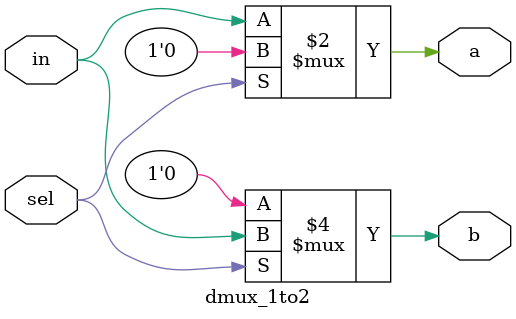
<source format=v>
`timescale 1ns / 1ps

module dmux_1to2(
    input in,
    input sel,
    output a,
    output b
    );
    assign a = (sel == 0) ? in : 1'b0;
    assign b = (sel == 1) ? in : 1'b0;
endmodule

</source>
